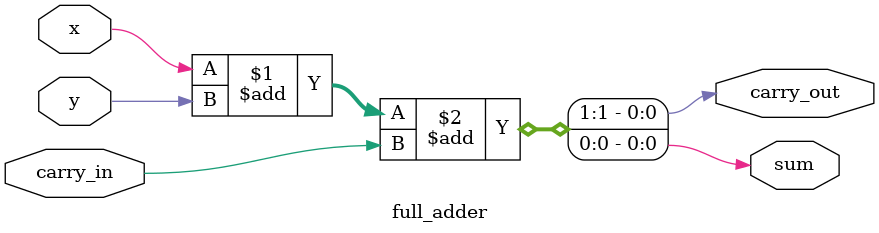
<source format=v>
module full_adder(
    input carry_in,
    input x,
    input y,
    output sum,
    output carry_out
);

assign {carry_out, sum} = x + y + carry_in;

endmodule
</source>
